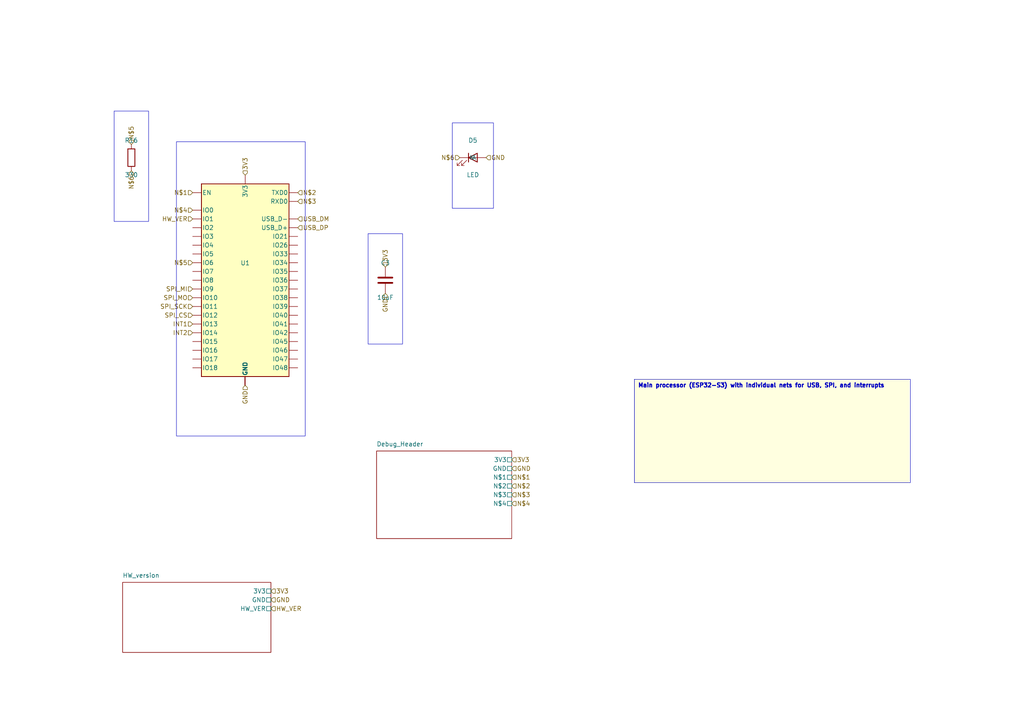
<source format=kicad_sch>
(kicad_sch (version 20250114) (generator "kicad_api") (generator_version 9.0)
  (paper A4)
  (paper A4)
  (lib_symbols
    (symbol "Device:C" (pin_numbers hide) (pin_names (offset 0.254))
      (property "Reference" "C" (at 0.0 0.0 0))
      (property "Value" "C" (at 0.0 0.0 0))
      (symbol "C_0_1"
        (polyline (pts (xy -2.032 0.762) (xy 2.032 0.762)) (stroke (width 0.508)))
        (polyline (pts (xy -2.032 -0.762) (xy 2.032 -0.762)) (stroke (width 0.508)))
      )
      (symbol "C_1_1"
        (pin passive line (at 0.0 3.81 270) (length 2.794) (name ~) (number "1"))
        (pin passive line (at 0.0 -3.81 90) (length 2.794) (name ~) (number "2"))
      )
    )
    (symbol "Device:LED" (pin_numbers hide) (pin_names (offset 0.254))
      (property "Reference" "D" (at 0.0 0.0 0))
      (property "Value" "LED" (at 0.0 0.0 0))
      (property "Sim.Pins" "1=K 2=A" (at 0.0 0.0 0))
      (symbol "LED_0_1"
        (polyline (pts (xy -3.048 -0.762) (xy -4.572 -2.286) (xy -3.81 -2.286) (xy -4.572 -2.286) (xy -4.572 -1.524)) (stroke (width 0.0)))
        (polyline (pts (xy -1.778 -0.762) (xy -3.302 -2.286) (xy -2.54 -2.286) (xy -3.302 -2.286) (xy -3.302 -1.524)) (stroke (width 0.0)))
        (polyline (pts (xy -1.27 0.0) (xy 1.27 0.0)) (stroke (width 0.0)))
        (polyline (pts (xy -1.27 -1.27) (xy -1.27 1.27)) (stroke (width 0.254)))
        (polyline (pts (xy 1.27 -1.27) (xy 1.27 1.27) (xy -1.27 0.0) (xy 1.27 -1.27)) (stroke (width 0.254)))
      )
      (symbol "LED_1_1"
        (pin passive line (at -3.81 0.0 0) (length 2.54) (name K) (number "1"))
        (pin passive line (at 3.81 0.0 180) (length 2.54) (name A) (number "2"))
      )
    )
    (symbol "Device:R" (pin_numbers hide) (pin_names (offset 0.254))
      (property "Reference" "R" (at 0.0 0.0 0))
      (property "Value" "R" (at 0.0 0.0 0))
      (symbol "R_0_1"
        (rectangle (start -1.016 -2.54) (end 1.016 2.54) (stroke (width 0.254)))
      )
      (symbol "R_1_1"
        (pin passive line (at 0.0 3.81 270) (length 1.27) (name ~) (number "1"))
        (pin passive line (at 0.0 -3.81 90) (length 1.27) (name ~) (number "2"))
      )
    )
    (symbol "RF_Module:ESP32-S3-MINI-1" (pin_numbers hide) (pin_names (offset 0.254))
      (property "Reference" "U" (at 0.0 0.0 0))
      (property "Value" "ESP32-S3-MINI-1" (at 0.0 0.0 0))
      (symbol "ESP32-S3-MINI-1_0_1"
        (rectangle (start -12.7 27.94) (end 12.7 -27.94) (stroke (width 0.254)) (fill (type background)))
      )
      (symbol "ESP32-S3-MINI-1_1_1"
        (pin input line (at -15.24 25.4 0) (length 2.54) (name EN) (number "45"))
        (pin bidirectional line (at -15.24 20.32 0) (length 2.54) (name IO0) (number "4"))
        (pin bidirectional line (at -15.24 17.78 0) (length 2.54) (name IO1) (number "5"))
        (pin bidirectional line (at -15.24 15.24 0) (length 2.54) (name IO2) (number "6"))
        (pin bidirectional line (at -15.24 12.7 0) (length 2.54) (name IO3) (number "7"))
        (pin bidirectional line (at -15.24 10.16 0) (length 2.54) (name IO4) (number "8"))
        (pin bidirectional line (at -15.24 7.62 0) (length 2.54) (name IO5) (number "9"))
        (pin bidirectional line (at -15.24 5.08 0) (length 2.54) (name IO6) (number "10"))
        (pin bidirectional line (at -15.24 2.54 0) (length 2.54) (name IO7) (number "11"))
        (pin bidirectional line (at -15.24 0.0 0) (length 2.54) (name IO8) (number "12"))
        (pin bidirectional line (at -15.24 -2.54 0) (length 2.54) (name IO9) (number "13"))
        (pin bidirectional line (at -15.24 -5.08 0) (length 2.54) (name IO10) (number "14"))
        (pin bidirectional line (at -15.24 -7.62 0) (length 2.54) (name IO11) (number "15"))
        (pin bidirectional line (at -15.24 -10.16 0) (length 2.54) (name IO12) (number "16"))
        (pin bidirectional line (at -15.24 -12.7 0) (length 2.54) (name IO13) (number "17"))
        (pin bidirectional line (at -15.24 -15.24 0) (length 2.54) (name IO14) (number "18"))
        (pin bidirectional line (at -15.24 -17.78 0) (length 2.54) (name IO15) (number "19"))
        (pin bidirectional line (at -15.24 -20.32 0) (length 2.54) (name IO16) (number "20"))
        (pin bidirectional line (at -15.24 -22.86 0) (length 2.54) (name IO17) (number "21"))
        (pin bidirectional line (at -15.24 -25.4 0) (length 2.54) (name IO18) (number "22"))
        (pin power_in line (at 0.0 30.48 270) (length 2.54) (name 3V3) (number "3"))
        (pin power_in line (at 0.0 -30.48 90) (length 2.54) (name GND) (number "1"))
        (pin passive line (at 0.0 -30.48 90) (length 2.54) (name GND) (number "2"))
        (pin passive line (at 0.0 -30.48 90) (length 2.54) (name GND) (number "42"))
        (pin passive line (at 0.0 -30.48 90) (length 2.54) (name GND) (number "43"))
        (pin passive line (at 0.0 -30.48 90) (length 2.54) (name GND) (number "46"))
        (pin passive line (at 0.0 -30.48 90) (length 2.54) (name GND) (number "47"))
        (pin passive line (at 0.0 -30.48 90) (length 2.54) (name GND) (number "48"))
        (pin passive line (at 0.0 -30.48 90) (length 2.54) (name GND) (number "49"))
        (pin passive line (at 0.0 -30.48 90) (length 2.54) (name GND) (number "50"))
        (pin passive line (at 0.0 -30.48 90) (length 2.54) (name GND) (number "51"))
        (pin passive line (at 0.0 -30.48 90) (length 2.54) (name GND) (number "52"))
        (pin passive line (at 0.0 -30.48 90) (length 2.54) (name GND) (number "53"))
        (pin passive line (at 0.0 -30.48 90) (length 2.54) (name GND) (number "54"))
        (pin passive line (at 0.0 -30.48 90) (length 2.54) (name GND) (number "55"))
        (pin passive line (at 0.0 -30.48 90) (length 2.54) (name GND) (number "56"))
        (pin passive line (at 0.0 -30.48 90) (length 2.54) (name GND) (number "57"))
        (pin passive line (at 0.0 -30.48 90) (length 2.54) (name GND) (number "58"))
        (pin passive line (at 0.0 -30.48 90) (length 2.54) (name GND) (number "59"))
        (pin passive line (at 0.0 -30.48 90) (length 2.54) (name GND) (number "60"))
        (pin passive line (at 0.0 -30.48 90) (length 2.54) (name GND) (number "61"))
        (pin passive line (at 0.0 -30.48 90) (length 2.54) (name GND) (number "62"))
        (pin passive line (at 0.0 -30.48 90) (length 2.54) (name GND) (number "63"))
        (pin passive line (at 0.0 -30.48 90) (length 2.54) (name GND) (number "64"))
        (pin passive line (at 0.0 -30.48 90) (length 2.54) (name GND) (number "65"))
        (pin bidirectional line (at 15.24 25.4 180) (length 2.54) (name TXD0) (number "39"))
        (pin bidirectional line (at 15.24 22.86 180) (length 2.54) (name RXD0) (number "40"))
        (pin bidirectional line (at 15.24 17.78 180) (length 2.54) (name USB_D-) (number "23"))
        (pin bidirectional line (at 15.24 15.24 180) (length 2.54) (name USB_D+) (number "24"))
        (pin bidirectional line (at 15.24 12.7 180) (length 2.54) (name IO21) (number "25"))
        (pin bidirectional line (at 15.24 10.16 180) (length 2.54) (name IO26) (number "26"))
        (pin bidirectional line (at 15.24 7.62 180) (length 2.54) (name IO33) (number "28"))
        (pin bidirectional line (at 15.24 5.08 180) (length 2.54) (name IO34) (number "29"))
        (pin bidirectional line (at 15.24 2.54 180) (length 2.54) (name IO35) (number "31"))
        (pin bidirectional line (at 15.24 0.0 180) (length 2.54) (name IO36) (number "32"))
        (pin bidirectional line (at 15.24 -2.54 180) (length 2.54) (name IO37) (number "33"))
        (pin bidirectional line (at 15.24 -5.08 180) (length 2.54) (name IO38) (number "34"))
        (pin bidirectional line (at 15.24 -7.62 180) (length 2.54) (name IO39) (number "35"))
        (pin bidirectional line (at 15.24 -10.16 180) (length 2.54) (name IO40) (number "36"))
        (pin bidirectional line (at 15.24 -12.7 180) (length 2.54) (name IO41) (number "37"))
        (pin bidirectional line (at 15.24 -15.24 180) (length 2.54) (name IO42) (number "38"))
        (pin bidirectional line (at 15.24 -17.78 180) (length 2.54) (name IO45) (number "41"))
        (pin bidirectional line (at 15.24 -20.32 180) (length 2.54) (name IO46) (number "44"))
        (pin bidirectional line (at 15.24 -22.86 180) (length 2.54) (name IO47) (number "27"))
        (pin bidirectional line (at 15.24 -25.4 180) (length 2.54) (name IO48) (number "30"))
      )
    )
  )
  (title_block (title Comms_processor) (date 2025-07-29) (company Circuit-Synth))
  (symbol (lib_id RF_Module:ESP32-S3-MINI-1) (at 71.12 81.28 0)
    (property "Reference" "U1" (at 71.12 76.28 0))
    (property "Footprint" "RF_Module:ESP32-S2-MINI-1" (effects (hide yes)))
    (instances (project "circuit" (path "" (reference U1) (unit 1))) (project "example_kicad_project" (path "" (reference U1) (unit 1))))
  )
  (symbol (lib_id Device:C) (at 111.76 81.28 0)
    (property "Reference" "C3" (at 111.76 76.28 0))
    (property "Value" "10uF" (at 111.76 86.28 0))
    (property "Footprint" "Capacitor_SMD:C_0603_1608Metric" (effects (hide yes)))
    (instances (project "circuit" (path "" (reference C3) (unit 1))) (project "example_kicad_project" (path "" (reference C3) (unit 1))))
  )
  (symbol (lib_id Device:LED) (at 137.16 45.72 0)
    (property "Reference" "D5" (at 137.16 40.72 0))
    (property "Value" "LED" (at 137.16 50.72 0))
    (property "Footprint" "LED_SMD:LED_0603_1608Metric" (effects (hide yes)))
    (instances (project "circuit" (path "" (reference D5) (unit 1))) (project "example_kicad_project" (path "" (reference D5) (unit 1))))
  )
  (symbol (lib_id Device:R) (at 38.1 45.72 0)
    (property "Reference" "R16" (at 38.1 40.72 0))
    (property "Value" "330" (at 38.1 50.72 0))
    (property "Footprint" "Resistor_SMD:R_0603_1608Metric" (effects (hide yes)))
    (instances (project "circuit" (path "" (reference R16) (unit 1))) (project "example_kicad_project" (path "" (reference R16) (unit 1))))
  )
  (hierarchical_label N$1 (shape input) (at 55.88 55.88 180))
  (hierarchical_label N$4 (shape input) (at 55.88 60.96 180))
  (hierarchical_label HW_VER (shape input) (at 55.88 63.5 180))
  (hierarchical_label N$5 (shape input) (at 55.88 76.2 180))
  (hierarchical_label N$5 (shape input) (at 38.1 41.91 90))
  (hierarchical_label SPI_MI (shape input) (at 55.88 83.82000000000001 180))
  (hierarchical_label SPI_MO (shape input) (at 55.88 86.36 180))
  (hierarchical_label SPI_SCK (shape input) (at 55.88 88.9 180))
  (hierarchical_label SPI_CS (shape input) (at 55.88 91.44 180))
  (hierarchical_label INT1 (shape input) (at 55.88 93.98 180))
  (hierarchical_label INT2 (shape input) (at 55.88 96.52 180))
  (hierarchical_label 3V3 (shape input) (at 71.12 50.8 90))
  (hierarchical_label 3V3 (shape input) (at 111.76 77.47 90))
  (hierarchical_label GND (shape input) (at 71.12 111.76 270))
  (hierarchical_label GND (shape input) (at 111.76 85.09 270))
  (hierarchical_label GND (shape input) (at 140.97 45.72 0))
  (hierarchical_label N$2 (shape input) (at 86.36 55.88 0))
  (hierarchical_label N$3 (shape input) (at 86.36 58.42 0))
  (hierarchical_label USB_DM (shape input) (at 86.36 63.5 0))
  (hierarchical_label USB_DP (shape input) (at 86.36 66.04 0))
  (hierarchical_label N$6 (shape input) (at 133.35 45.72 180))
  (hierarchical_label N$6 (shape input) (at 38.1 49.53 270))
  (hierarchical_label 3V3 (shape input) (at 148.43 133.35 0))
  (hierarchical_label GND (shape input) (at 148.43 135.89000000000001 0))
  (hierarchical_label N$1 (shape input) (at 148.43 138.43 0))
  (hierarchical_label N$2 (shape input) (at 148.43 140.97 0))
  (hierarchical_label N$3 (shape input) (at 148.43 143.51 0))
  (hierarchical_label N$4 (shape input) (at 148.43 146.05 0))
  (hierarchical_label 3V3 (shape input) (at 78.58 171.45 0))
  (hierarchical_label GND (shape input) (at 78.58 173.99 0))
  (hierarchical_label HW_VER (shape input) (at 78.58 176.53 0))
  (sheet (at 109.22 130.81) (size 39.21 25.4) (stroke (width 0.12)) (fill (color 0 0 0 0.0))
    (property "Sheetname" "Debug_Header" (at 109.22 129.54 0) (effects (justify left bottom)))
    (property "Sheetfile" "Debug_Header.kicad_sch" (effects (hide yes)))
    (pin 3V3 passive (at 147.16 133.35 0))
    (pin GND passive (at 147.16 135.89000000000001 0))
    (pin N$1 passive (at 147.16 138.43 0))
    (pin N$2 passive (at 147.16 140.97 0))
    (pin N$3 passive (at 147.16 143.51 0))
    (pin N$4 passive (at 147.16 146.05 0))
  )
  (sheet (at 35.56 168.91) (size 43.019999999999996 20.32) (stroke (width 0.12)) (fill (color 0 0 0 0.0))
    (property "Sheetname" "HW_version" (at 35.56 167.64 0) (effects (justify left bottom)))
    (property "Sheetfile" "HW_version.kicad_sch" (effects (hide yes)))
    (pin 3V3 passive (at 77.31 171.45 0))
    (pin GND passive (at 77.31 173.99 0))
    (pin HW_VER passive (at 77.31 176.53 0))
  )
  (rectangle (start 51.181 41.101000000000006) (end 88.519 126.459) (stroke (width 0.127)))
  (rectangle (start 106.76 67.771) (end 116.76 99.789) (stroke (width 0.127)))
  (rectangle (start 131.191 35.64) (end 143.129 60.419) (stroke (width 0.127)))
  (rectangle (start 33.1 32.211) (end 43.1 64.229) (stroke (width 0.127)))
  (text_box "Main processor (ESP32-S3) with individual nets for USB, SPI, and interrupts" (exclude_from_sim yes) (at 184.0 110.0 0) (size 80.0 30.0) (margins 1.0 1.0 1.0 1.0) (stroke (width 0.1)) (fill (type color) (color 255 255 224 1)) (effects (font (size 1.2 1.2) (thickness 0.254)) (justify left top)))
  (text_box "Main processor (ESP32-S3) with individual nets for USB, SPI, and interrupts" (exclude_from_sim yes) (at 184.0 110.0 0) (size 80.0 30.0) (margins 1.0 1.0 1.0 1.0) (stroke (width 0.1)) (fill (type color) (color 255 255 224 1)) (effects (font (size 1.2 1.2) (thickness 0.254)) (justify left top)))
)
</source>
